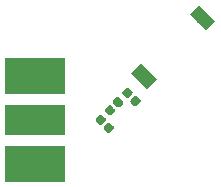
<source format=gts>
G04 #@! TF.GenerationSoftware,KiCad,Pcbnew,5.0.2-bee76a0~70~ubuntu16.04.1*
G04 #@! TF.CreationDate,2019-02-25T14:33:45-05:00*
G04 #@! TF.ProjectId,ant1,616e7431-2e6b-4696-9361-645f70636258,rev?*
G04 #@! TF.SameCoordinates,Original*
G04 #@! TF.FileFunction,Soldermask,Top*
G04 #@! TF.FilePolarity,Negative*
%FSLAX46Y46*%
G04 Gerber Fmt 4.6, Leading zero omitted, Abs format (unit mm)*
G04 Created by KiCad (PCBNEW 5.0.2-bee76a0~70~ubuntu16.04.1) date Mon 25 Feb 2019 02:33:45 PM EST*
%MOMM*%
%LPD*%
G01*
G04 APERTURE LIST*
%ADD10R,5.101600X3.101600*%
%ADD11R,5.101600X2.601600*%
%ADD12C,1.101600*%
%ADD13C,0.100000*%
%ADD14C,0.691600*%
G04 APERTURE END LIST*
D10*
G04 #@! TO.C,J1*
X163000000Y-71400000D03*
X163000000Y-78900000D03*
D11*
X163000000Y-75150000D03*
G04 #@! TD*
D12*
G04 #@! TO.C,AE1*
X172194774Y-71435911D03*
D13*
G36*
X172477617Y-72497703D02*
X171132982Y-71153068D01*
X171911931Y-70374119D01*
X173256566Y-71718754D01*
X172477617Y-72497703D01*
X172477617Y-72497703D01*
G37*
D12*
X177144521Y-66486164D03*
D13*
G36*
X177427364Y-67547956D02*
X176082729Y-66203321D01*
X176861678Y-65424372D01*
X178206313Y-66769007D01*
X177427364Y-67547956D01*
X177427364Y-67547956D01*
G37*
G04 #@! TD*
G04 #@! TO.C,R1*
G36*
X168563050Y-74689211D02*
X168579834Y-74691700D01*
X168596293Y-74695823D01*
X168612269Y-74701539D01*
X168627607Y-74708794D01*
X168642161Y-74717517D01*
X168655790Y-74727624D01*
X168668362Y-74739019D01*
X168912879Y-74983536D01*
X168924274Y-74996108D01*
X168934381Y-75009737D01*
X168943104Y-75024291D01*
X168950359Y-75039629D01*
X168956075Y-75055605D01*
X168960198Y-75072064D01*
X168962687Y-75088848D01*
X168963520Y-75105795D01*
X168962687Y-75122742D01*
X168960198Y-75139526D01*
X168956075Y-75155985D01*
X168950359Y-75171961D01*
X168943104Y-75187299D01*
X168934381Y-75201853D01*
X168924274Y-75215482D01*
X168912879Y-75228054D01*
X168633006Y-75507927D01*
X168620434Y-75519322D01*
X168606805Y-75529429D01*
X168592251Y-75538152D01*
X168576913Y-75545407D01*
X168560937Y-75551123D01*
X168544478Y-75555246D01*
X168527694Y-75557735D01*
X168510747Y-75558568D01*
X168493800Y-75557735D01*
X168477016Y-75555246D01*
X168460557Y-75551123D01*
X168444581Y-75545407D01*
X168429243Y-75538152D01*
X168414689Y-75529429D01*
X168401060Y-75519322D01*
X168388488Y-75507927D01*
X168143971Y-75263410D01*
X168132576Y-75250838D01*
X168122469Y-75237209D01*
X168113746Y-75222655D01*
X168106491Y-75207317D01*
X168100775Y-75191341D01*
X168096652Y-75174882D01*
X168094163Y-75158098D01*
X168093330Y-75141151D01*
X168094163Y-75124204D01*
X168096652Y-75107420D01*
X168100775Y-75090961D01*
X168106491Y-75074985D01*
X168113746Y-75059647D01*
X168122469Y-75045093D01*
X168132576Y-75031464D01*
X168143971Y-75018892D01*
X168423844Y-74739019D01*
X168436416Y-74727624D01*
X168450045Y-74717517D01*
X168464599Y-74708794D01*
X168479937Y-74701539D01*
X168495913Y-74695823D01*
X168512372Y-74691700D01*
X168529156Y-74689211D01*
X168546103Y-74688378D01*
X168563050Y-74689211D01*
X168563050Y-74689211D01*
G37*
D14*
X168528425Y-75123473D03*
D13*
G36*
X169248944Y-75375105D02*
X169265728Y-75377594D01*
X169282187Y-75381717D01*
X169298163Y-75387433D01*
X169313501Y-75394688D01*
X169328055Y-75403411D01*
X169341684Y-75413518D01*
X169354256Y-75424913D01*
X169598773Y-75669430D01*
X169610168Y-75682002D01*
X169620275Y-75695631D01*
X169628998Y-75710185D01*
X169636253Y-75725523D01*
X169641969Y-75741499D01*
X169646092Y-75757958D01*
X169648581Y-75774742D01*
X169649414Y-75791689D01*
X169648581Y-75808636D01*
X169646092Y-75825420D01*
X169641969Y-75841879D01*
X169636253Y-75857855D01*
X169628998Y-75873193D01*
X169620275Y-75887747D01*
X169610168Y-75901376D01*
X169598773Y-75913948D01*
X169318900Y-76193821D01*
X169306328Y-76205216D01*
X169292699Y-76215323D01*
X169278145Y-76224046D01*
X169262807Y-76231301D01*
X169246831Y-76237017D01*
X169230372Y-76241140D01*
X169213588Y-76243629D01*
X169196641Y-76244462D01*
X169179694Y-76243629D01*
X169162910Y-76241140D01*
X169146451Y-76237017D01*
X169130475Y-76231301D01*
X169115137Y-76224046D01*
X169100583Y-76215323D01*
X169086954Y-76205216D01*
X169074382Y-76193821D01*
X168829865Y-75949304D01*
X168818470Y-75936732D01*
X168808363Y-75923103D01*
X168799640Y-75908549D01*
X168792385Y-75893211D01*
X168786669Y-75877235D01*
X168782546Y-75860776D01*
X168780057Y-75843992D01*
X168779224Y-75827045D01*
X168780057Y-75810098D01*
X168782546Y-75793314D01*
X168786669Y-75776855D01*
X168792385Y-75760879D01*
X168799640Y-75745541D01*
X168808363Y-75730987D01*
X168818470Y-75717358D01*
X168829865Y-75704786D01*
X169109738Y-75424913D01*
X169122310Y-75413518D01*
X169135939Y-75403411D01*
X169150493Y-75394688D01*
X169165831Y-75387433D01*
X169181807Y-75381717D01*
X169198266Y-75377594D01*
X169215050Y-75375105D01*
X169231997Y-75374272D01*
X169248944Y-75375105D01*
X169248944Y-75375105D01*
G37*
D14*
X169214319Y-75809367D03*
G04 #@! TD*
D13*
G04 #@! TO.C,R2*
G36*
X169991406Y-73204287D02*
X170008190Y-73206776D01*
X170024649Y-73210899D01*
X170040625Y-73216615D01*
X170055963Y-73223870D01*
X170070517Y-73232593D01*
X170084146Y-73242700D01*
X170096718Y-73254095D01*
X170376591Y-73533968D01*
X170387986Y-73546540D01*
X170398093Y-73560169D01*
X170406816Y-73574723D01*
X170414071Y-73590061D01*
X170419787Y-73606037D01*
X170423910Y-73622496D01*
X170426399Y-73639280D01*
X170427232Y-73656227D01*
X170426399Y-73673174D01*
X170423910Y-73689958D01*
X170419787Y-73706417D01*
X170414071Y-73722393D01*
X170406816Y-73737731D01*
X170398093Y-73752285D01*
X170387986Y-73765914D01*
X170376591Y-73778486D01*
X170132074Y-74023003D01*
X170119502Y-74034398D01*
X170105873Y-74044505D01*
X170091319Y-74053228D01*
X170075981Y-74060483D01*
X170060005Y-74066199D01*
X170043546Y-74070322D01*
X170026762Y-74072811D01*
X170009815Y-74073644D01*
X169992868Y-74072811D01*
X169976084Y-74070322D01*
X169959625Y-74066199D01*
X169943649Y-74060483D01*
X169928311Y-74053228D01*
X169913757Y-74044505D01*
X169900128Y-74034398D01*
X169887556Y-74023003D01*
X169607683Y-73743130D01*
X169596288Y-73730558D01*
X169586181Y-73716929D01*
X169577458Y-73702375D01*
X169570203Y-73687037D01*
X169564487Y-73671061D01*
X169560364Y-73654602D01*
X169557875Y-73637818D01*
X169557042Y-73620871D01*
X169557875Y-73603924D01*
X169560364Y-73587140D01*
X169564487Y-73570681D01*
X169570203Y-73554705D01*
X169577458Y-73539367D01*
X169586181Y-73524813D01*
X169596288Y-73511184D01*
X169607683Y-73498612D01*
X169852200Y-73254095D01*
X169864772Y-73242700D01*
X169878401Y-73232593D01*
X169892955Y-73223870D01*
X169908293Y-73216615D01*
X169924269Y-73210899D01*
X169940728Y-73206776D01*
X169957512Y-73204287D01*
X169974459Y-73203454D01*
X169991406Y-73204287D01*
X169991406Y-73204287D01*
G37*
D14*
X169992137Y-73638549D03*
D13*
G36*
X169305512Y-73890181D02*
X169322296Y-73892670D01*
X169338755Y-73896793D01*
X169354731Y-73902509D01*
X169370069Y-73909764D01*
X169384623Y-73918487D01*
X169398252Y-73928594D01*
X169410824Y-73939989D01*
X169690697Y-74219862D01*
X169702092Y-74232434D01*
X169712199Y-74246063D01*
X169720922Y-74260617D01*
X169728177Y-74275955D01*
X169733893Y-74291931D01*
X169738016Y-74308390D01*
X169740505Y-74325174D01*
X169741338Y-74342121D01*
X169740505Y-74359068D01*
X169738016Y-74375852D01*
X169733893Y-74392311D01*
X169728177Y-74408287D01*
X169720922Y-74423625D01*
X169712199Y-74438179D01*
X169702092Y-74451808D01*
X169690697Y-74464380D01*
X169446180Y-74708897D01*
X169433608Y-74720292D01*
X169419979Y-74730399D01*
X169405425Y-74739122D01*
X169390087Y-74746377D01*
X169374111Y-74752093D01*
X169357652Y-74756216D01*
X169340868Y-74758705D01*
X169323921Y-74759538D01*
X169306974Y-74758705D01*
X169290190Y-74756216D01*
X169273731Y-74752093D01*
X169257755Y-74746377D01*
X169242417Y-74739122D01*
X169227863Y-74730399D01*
X169214234Y-74720292D01*
X169201662Y-74708897D01*
X168921789Y-74429024D01*
X168910394Y-74416452D01*
X168900287Y-74402823D01*
X168891564Y-74388269D01*
X168884309Y-74372931D01*
X168878593Y-74356955D01*
X168874470Y-74340496D01*
X168871981Y-74323712D01*
X168871148Y-74306765D01*
X168871981Y-74289818D01*
X168874470Y-74273034D01*
X168878593Y-74256575D01*
X168884309Y-74240599D01*
X168891564Y-74225261D01*
X168900287Y-74210707D01*
X168910394Y-74197078D01*
X168921789Y-74184506D01*
X169166306Y-73939989D01*
X169178878Y-73928594D01*
X169192507Y-73918487D01*
X169207061Y-73909764D01*
X169222399Y-73902509D01*
X169238375Y-73896793D01*
X169254834Y-73892670D01*
X169271618Y-73890181D01*
X169288565Y-73889348D01*
X169305512Y-73890181D01*
X169305512Y-73890181D01*
G37*
D14*
X169306243Y-74324443D03*
G04 #@! TD*
D13*
G04 #@! TO.C,R3*
G36*
X171511686Y-73112363D02*
X171528470Y-73114852D01*
X171544929Y-73118975D01*
X171560905Y-73124691D01*
X171576243Y-73131946D01*
X171590797Y-73140669D01*
X171604426Y-73150776D01*
X171616998Y-73162171D01*
X171861515Y-73406688D01*
X171872910Y-73419260D01*
X171883017Y-73432889D01*
X171891740Y-73447443D01*
X171898995Y-73462781D01*
X171904711Y-73478757D01*
X171908834Y-73495216D01*
X171911323Y-73512000D01*
X171912156Y-73528947D01*
X171911323Y-73545894D01*
X171908834Y-73562678D01*
X171904711Y-73579137D01*
X171898995Y-73595113D01*
X171891740Y-73610451D01*
X171883017Y-73625005D01*
X171872910Y-73638634D01*
X171861515Y-73651206D01*
X171581642Y-73931079D01*
X171569070Y-73942474D01*
X171555441Y-73952581D01*
X171540887Y-73961304D01*
X171525549Y-73968559D01*
X171509573Y-73974275D01*
X171493114Y-73978398D01*
X171476330Y-73980887D01*
X171459383Y-73981720D01*
X171442436Y-73980887D01*
X171425652Y-73978398D01*
X171409193Y-73974275D01*
X171393217Y-73968559D01*
X171377879Y-73961304D01*
X171363325Y-73952581D01*
X171349696Y-73942474D01*
X171337124Y-73931079D01*
X171092607Y-73686562D01*
X171081212Y-73673990D01*
X171071105Y-73660361D01*
X171062382Y-73645807D01*
X171055127Y-73630469D01*
X171049411Y-73614493D01*
X171045288Y-73598034D01*
X171042799Y-73581250D01*
X171041966Y-73564303D01*
X171042799Y-73547356D01*
X171045288Y-73530572D01*
X171049411Y-73514113D01*
X171055127Y-73498137D01*
X171062382Y-73482799D01*
X171071105Y-73468245D01*
X171081212Y-73454616D01*
X171092607Y-73442044D01*
X171372480Y-73162171D01*
X171385052Y-73150776D01*
X171398681Y-73140669D01*
X171413235Y-73131946D01*
X171428573Y-73124691D01*
X171444549Y-73118975D01*
X171461008Y-73114852D01*
X171477792Y-73112363D01*
X171494739Y-73111530D01*
X171511686Y-73112363D01*
X171511686Y-73112363D01*
G37*
D14*
X171477061Y-73546625D03*
D13*
G36*
X170825792Y-72426469D02*
X170842576Y-72428958D01*
X170859035Y-72433081D01*
X170875011Y-72438797D01*
X170890349Y-72446052D01*
X170904903Y-72454775D01*
X170918532Y-72464882D01*
X170931104Y-72476277D01*
X171175621Y-72720794D01*
X171187016Y-72733366D01*
X171197123Y-72746995D01*
X171205846Y-72761549D01*
X171213101Y-72776887D01*
X171218817Y-72792863D01*
X171222940Y-72809322D01*
X171225429Y-72826106D01*
X171226262Y-72843053D01*
X171225429Y-72860000D01*
X171222940Y-72876784D01*
X171218817Y-72893243D01*
X171213101Y-72909219D01*
X171205846Y-72924557D01*
X171197123Y-72939111D01*
X171187016Y-72952740D01*
X171175621Y-72965312D01*
X170895748Y-73245185D01*
X170883176Y-73256580D01*
X170869547Y-73266687D01*
X170854993Y-73275410D01*
X170839655Y-73282665D01*
X170823679Y-73288381D01*
X170807220Y-73292504D01*
X170790436Y-73294993D01*
X170773489Y-73295826D01*
X170756542Y-73294993D01*
X170739758Y-73292504D01*
X170723299Y-73288381D01*
X170707323Y-73282665D01*
X170691985Y-73275410D01*
X170677431Y-73266687D01*
X170663802Y-73256580D01*
X170651230Y-73245185D01*
X170406713Y-73000668D01*
X170395318Y-72988096D01*
X170385211Y-72974467D01*
X170376488Y-72959913D01*
X170369233Y-72944575D01*
X170363517Y-72928599D01*
X170359394Y-72912140D01*
X170356905Y-72895356D01*
X170356072Y-72878409D01*
X170356905Y-72861462D01*
X170359394Y-72844678D01*
X170363517Y-72828219D01*
X170369233Y-72812243D01*
X170376488Y-72796905D01*
X170385211Y-72782351D01*
X170395318Y-72768722D01*
X170406713Y-72756150D01*
X170686586Y-72476277D01*
X170699158Y-72464882D01*
X170712787Y-72454775D01*
X170727341Y-72446052D01*
X170742679Y-72438797D01*
X170758655Y-72433081D01*
X170775114Y-72428958D01*
X170791898Y-72426469D01*
X170808845Y-72425636D01*
X170825792Y-72426469D01*
X170825792Y-72426469D01*
G37*
D14*
X170791167Y-72860731D03*
G04 #@! TD*
M02*

</source>
